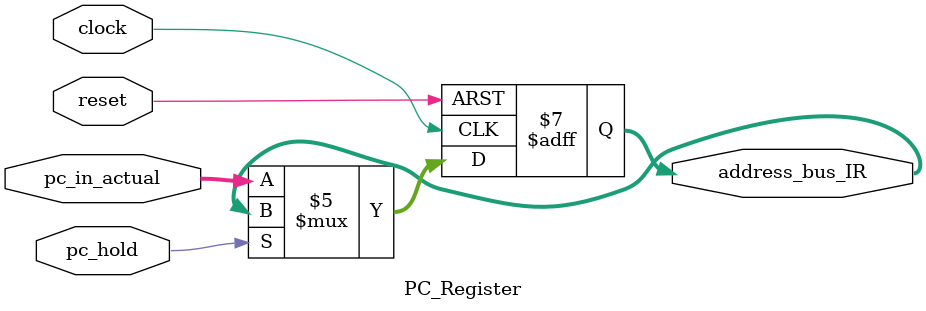
<source format=v>
`timescale 1ns / 1ps
module PC_Register(clock, reset, pc_hold, pc_in_actual, address_bus_IR);
    input clock, reset, pc_hold;
    input [31:0] pc_in_actual;
    output reg [31:0] address_bus_IR;
    
    always @(posedge clock, posedge reset)
        begin
            if (reset==1)
                address_bus_IR <= 32'h00000000;
            else if (pc_hold == 0)
                address_bus_IR <= pc_in_actual;
            else 
                address_bus_IR <= address_bus_IR;
        end       
endmodule

</source>
